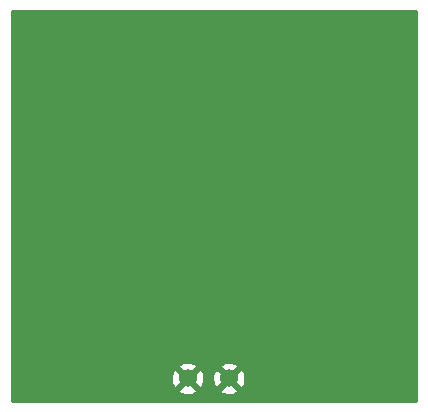
<source format=gbr>
G04 #@! TF.GenerationSoftware,KiCad,Pcbnew,5.1.2-f72e74a~84~ubuntu18.04.1*
G04 #@! TF.CreationDate,2019-11-26T17:04:54+01:00*
G04 #@! TF.ProjectId,resonator_LC,7265736f-6e61-4746-9f72-5f4c432e6b69,rev?*
G04 #@! TF.SameCoordinates,Original*
G04 #@! TF.FileFunction,Copper,L2,Bot*
G04 #@! TF.FilePolarity,Positive*
%FSLAX46Y46*%
G04 Gerber Fmt 4.6, Leading zero omitted, Abs format (unit mm)*
G04 Created by KiCad (PCBNEW 5.1.2-f72e74a~84~ubuntu18.04.1) date 2019-11-26 17:04:54*
%MOMM*%
%LPD*%
G04 APERTURE LIST*
%ADD10C,1.524000*%
%ADD11C,0.800000*%
%ADD12C,0.254000*%
G04 APERTURE END LIST*
D10*
X102870000Y-99060000D03*
X99370000Y-99060000D03*
D11*
X87630000Y-91440000D03*
X86360000Y-91440000D03*
X86360000Y-91440000D03*
X85090000Y-91440000D03*
X87630000Y-96520000D03*
X86360000Y-96520000D03*
X85090000Y-96520000D03*
X118040000Y-96520000D03*
X116770000Y-96520000D03*
X115500000Y-96520000D03*
X118040000Y-91440000D03*
X116770000Y-91440000D03*
X115500000Y-91440000D03*
X99360000Y-71790000D03*
X102470000Y-70920000D03*
X101200000Y-70520000D03*
X99930000Y-70920000D03*
X103070000Y-71820000D03*
D12*
G36*
X118720001Y-100940000D02*
G01*
X84480000Y-100940000D01*
X84480000Y-100025565D01*
X98584040Y-100025565D01*
X98651020Y-100265656D01*
X98900048Y-100382756D01*
X99167135Y-100449023D01*
X99442017Y-100461910D01*
X99714133Y-100420922D01*
X99973023Y-100327636D01*
X100088980Y-100265656D01*
X100155960Y-100025565D01*
X102084040Y-100025565D01*
X102151020Y-100265656D01*
X102400048Y-100382756D01*
X102667135Y-100449023D01*
X102942017Y-100461910D01*
X103214133Y-100420922D01*
X103473023Y-100327636D01*
X103588980Y-100265656D01*
X103655960Y-100025565D01*
X102870000Y-99239605D01*
X102084040Y-100025565D01*
X100155960Y-100025565D01*
X99370000Y-99239605D01*
X98584040Y-100025565D01*
X84480000Y-100025565D01*
X84480000Y-99132017D01*
X97968090Y-99132017D01*
X98009078Y-99404133D01*
X98102364Y-99663023D01*
X98164344Y-99778980D01*
X98404435Y-99845960D01*
X99190395Y-99060000D01*
X99549605Y-99060000D01*
X100335565Y-99845960D01*
X100575656Y-99778980D01*
X100692756Y-99529952D01*
X100759023Y-99262865D01*
X100765157Y-99132017D01*
X101468090Y-99132017D01*
X101509078Y-99404133D01*
X101602364Y-99663023D01*
X101664344Y-99778980D01*
X101904435Y-99845960D01*
X102690395Y-99060000D01*
X103049605Y-99060000D01*
X103835565Y-99845960D01*
X104075656Y-99778980D01*
X104192756Y-99529952D01*
X104259023Y-99262865D01*
X104271910Y-98987983D01*
X104230922Y-98715867D01*
X104137636Y-98456977D01*
X104075656Y-98341020D01*
X103835565Y-98274040D01*
X103049605Y-99060000D01*
X102690395Y-99060000D01*
X101904435Y-98274040D01*
X101664344Y-98341020D01*
X101547244Y-98590048D01*
X101480977Y-98857135D01*
X101468090Y-99132017D01*
X100765157Y-99132017D01*
X100771910Y-98987983D01*
X100730922Y-98715867D01*
X100637636Y-98456977D01*
X100575656Y-98341020D01*
X100335565Y-98274040D01*
X99549605Y-99060000D01*
X99190395Y-99060000D01*
X98404435Y-98274040D01*
X98164344Y-98341020D01*
X98047244Y-98590048D01*
X97980977Y-98857135D01*
X97968090Y-99132017D01*
X84480000Y-99132017D01*
X84480000Y-98094435D01*
X98584040Y-98094435D01*
X99370000Y-98880395D01*
X100155960Y-98094435D01*
X102084040Y-98094435D01*
X102870000Y-98880395D01*
X103655960Y-98094435D01*
X103588980Y-97854344D01*
X103339952Y-97737244D01*
X103072865Y-97670977D01*
X102797983Y-97658090D01*
X102525867Y-97699078D01*
X102266977Y-97792364D01*
X102151020Y-97854344D01*
X102084040Y-98094435D01*
X100155960Y-98094435D01*
X100088980Y-97854344D01*
X99839952Y-97737244D01*
X99572865Y-97670977D01*
X99297983Y-97658090D01*
X99025867Y-97699078D01*
X98766977Y-97792364D01*
X98651020Y-97854344D01*
X98584040Y-98094435D01*
X84480000Y-98094435D01*
X84480000Y-67970000D01*
X118720000Y-67970000D01*
X118720001Y-100940000D01*
X118720001Y-100940000D01*
G37*
X118720001Y-100940000D02*
X84480000Y-100940000D01*
X84480000Y-100025565D01*
X98584040Y-100025565D01*
X98651020Y-100265656D01*
X98900048Y-100382756D01*
X99167135Y-100449023D01*
X99442017Y-100461910D01*
X99714133Y-100420922D01*
X99973023Y-100327636D01*
X100088980Y-100265656D01*
X100155960Y-100025565D01*
X102084040Y-100025565D01*
X102151020Y-100265656D01*
X102400048Y-100382756D01*
X102667135Y-100449023D01*
X102942017Y-100461910D01*
X103214133Y-100420922D01*
X103473023Y-100327636D01*
X103588980Y-100265656D01*
X103655960Y-100025565D01*
X102870000Y-99239605D01*
X102084040Y-100025565D01*
X100155960Y-100025565D01*
X99370000Y-99239605D01*
X98584040Y-100025565D01*
X84480000Y-100025565D01*
X84480000Y-99132017D01*
X97968090Y-99132017D01*
X98009078Y-99404133D01*
X98102364Y-99663023D01*
X98164344Y-99778980D01*
X98404435Y-99845960D01*
X99190395Y-99060000D01*
X99549605Y-99060000D01*
X100335565Y-99845960D01*
X100575656Y-99778980D01*
X100692756Y-99529952D01*
X100759023Y-99262865D01*
X100765157Y-99132017D01*
X101468090Y-99132017D01*
X101509078Y-99404133D01*
X101602364Y-99663023D01*
X101664344Y-99778980D01*
X101904435Y-99845960D01*
X102690395Y-99060000D01*
X103049605Y-99060000D01*
X103835565Y-99845960D01*
X104075656Y-99778980D01*
X104192756Y-99529952D01*
X104259023Y-99262865D01*
X104271910Y-98987983D01*
X104230922Y-98715867D01*
X104137636Y-98456977D01*
X104075656Y-98341020D01*
X103835565Y-98274040D01*
X103049605Y-99060000D01*
X102690395Y-99060000D01*
X101904435Y-98274040D01*
X101664344Y-98341020D01*
X101547244Y-98590048D01*
X101480977Y-98857135D01*
X101468090Y-99132017D01*
X100765157Y-99132017D01*
X100771910Y-98987983D01*
X100730922Y-98715867D01*
X100637636Y-98456977D01*
X100575656Y-98341020D01*
X100335565Y-98274040D01*
X99549605Y-99060000D01*
X99190395Y-99060000D01*
X98404435Y-98274040D01*
X98164344Y-98341020D01*
X98047244Y-98590048D01*
X97980977Y-98857135D01*
X97968090Y-99132017D01*
X84480000Y-99132017D01*
X84480000Y-98094435D01*
X98584040Y-98094435D01*
X99370000Y-98880395D01*
X100155960Y-98094435D01*
X102084040Y-98094435D01*
X102870000Y-98880395D01*
X103655960Y-98094435D01*
X103588980Y-97854344D01*
X103339952Y-97737244D01*
X103072865Y-97670977D01*
X102797983Y-97658090D01*
X102525867Y-97699078D01*
X102266977Y-97792364D01*
X102151020Y-97854344D01*
X102084040Y-98094435D01*
X100155960Y-98094435D01*
X100088980Y-97854344D01*
X99839952Y-97737244D01*
X99572865Y-97670977D01*
X99297983Y-97658090D01*
X99025867Y-97699078D01*
X98766977Y-97792364D01*
X98651020Y-97854344D01*
X98584040Y-98094435D01*
X84480000Y-98094435D01*
X84480000Y-67970000D01*
X118720000Y-67970000D01*
X118720001Y-100940000D01*
M02*

</source>
